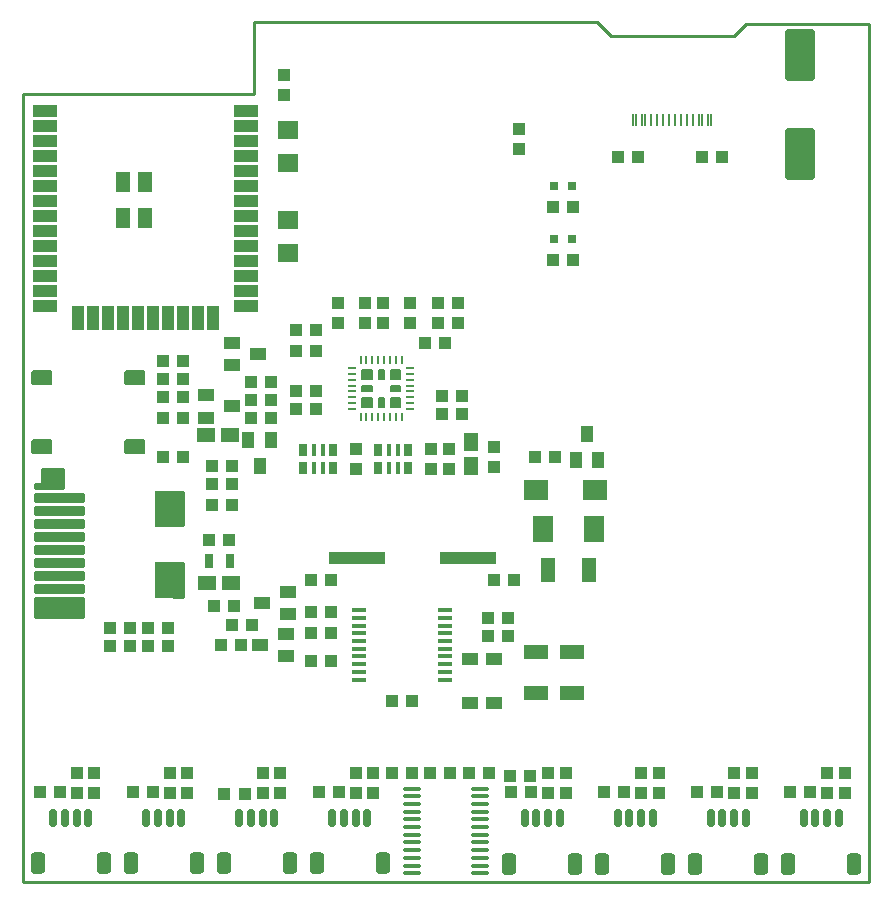
<source format=gbr>
%TF.GenerationSoftware,KiCad,Pcbnew,(6.0.8)*%
%TF.CreationDate,2023-02-19T19:21:05+03:00*%
%TF.ProjectId,ESP32-GATEWAY_Rev_G,45535033-322d-4474-9154-455741595f52,0*%
%TF.SameCoordinates,PX4260300PY8558f68*%
%TF.FileFunction,Paste,Top*%
%TF.FilePolarity,Positive*%
%FSLAX46Y46*%
G04 Gerber Fmt 4.6, Leading zero omitted, Abs format (unit mm)*
G04 Created by KiCad (PCBNEW (6.0.8)) date 2023-02-19 19:21:05*
%MOMM*%
%LPD*%
G01*
G04 APERTURE LIST*
G04 Aperture macros list*
%AMRoundRect*
0 Rectangle with rounded corners*
0 $1 Rounding radius*
0 $2 $3 $4 $5 $6 $7 $8 $9 X,Y pos of 4 corners*
0 Add a 4 corners polygon primitive as box body*
4,1,4,$2,$3,$4,$5,$6,$7,$8,$9,$2,$3,0*
0 Add four circle primitives for the rounded corners*
1,1,$1+$1,$2,$3*
1,1,$1+$1,$4,$5*
1,1,$1+$1,$6,$7*
1,1,$1+$1,$8,$9*
0 Add four rect primitives between the rounded corners*
20,1,$1+$1,$2,$3,$4,$5,0*
20,1,$1+$1,$4,$5,$6,$7,0*
20,1,$1+$1,$6,$7,$8,$9,0*
20,1,$1+$1,$8,$9,$2,$3,0*%
G04 Aperture macros list end*
%ADD10C,0.254000*%
%TA.AperFunction,Profile*%
%ADD11C,0.254000*%
%TD*%
%ADD12C,0.200000*%
%ADD13R,0.998220X1.099820*%
%ADD14R,0.797560X1.198880*%
%ADD15R,1.099820X0.998220*%
%ADD16R,1.270000X1.524000*%
%ADD17R,1.524000X1.270000*%
%ADD18R,0.800000X0.800000*%
%ADD19R,0.635000X1.016000*%
%ADD20R,0.381000X1.016000*%
%ADD21R,1.200000X1.800000*%
%ADD22RoundRect,0.050800X-1.000000X-0.450000X1.000000X-0.450000X1.000000X0.450000X-1.000000X0.450000X0*%
%ADD23RoundRect,0.050800X-0.450000X-1.000000X0.450000X-1.000000X0.450000X1.000000X-0.450000X1.000000X0*%
%ADD24R,0.780000X0.230000*%
%ADD25R,0.230000X0.780000*%
%ADD26R,1.500000X0.800000*%
%ADD27R,1.500000X3.100000*%
%ADD28RoundRect,0.127000X-0.762000X0.508000X-0.762000X-0.508000X0.762000X-0.508000X0.762000X0.508000X0*%
%ADD29R,1.798320X1.597660*%
%ADD30R,2.000000X1.700000*%
%ADD31R,1.000000X1.400000*%
%ADD32R,4.826000X1.100000*%
%ADD33R,1.400000X1.000000*%
%ADD34R,1.270000X0.325000*%
%ADD35R,1.778000X2.286000*%
%ADD36RoundRect,0.150000X-0.150000X-0.625000X0.150000X-0.625000X0.150000X0.625000X-0.150000X0.625000X0*%
%ADD37RoundRect,0.250000X-0.350000X-0.650000X0.350000X-0.650000X0.350000X0.650000X-0.350000X0.650000X0*%
%ADD38R,1.270000X2.059940*%
%ADD39RoundRect,0.100000X-0.637500X-0.100000X0.637500X-0.100000X0.637500X0.100000X-0.637500X0.100000X0*%
%ADD40R,0.280000X1.130000*%
%ADD41R,0.230000X1.130000*%
%ADD42R,2.059940X1.270000*%
%ADD43RoundRect,0.250000X1.000000X-1.950000X1.000000X1.950000X-1.000000X1.950000X-1.000000X-1.950000X0*%
G04 APERTURE END LIST*
D10*
X1040000Y31720000D02*
X5090000Y31720000D01*
X5090000Y31720000D02*
X5090000Y31180000D01*
X5090000Y31180000D02*
X1040000Y31180000D01*
X1040000Y31180000D02*
X1040000Y31720000D01*
G36*
X1040000Y31720000D02*
G01*
X5090000Y31720000D01*
X5090000Y31180000D01*
X1040000Y31180000D01*
X1040000Y31720000D01*
G37*
X1050465Y25108198D02*
X5100465Y25108198D01*
X5100465Y25108198D02*
X5100465Y24568198D01*
X5100465Y24568198D02*
X1050465Y24568198D01*
X1050465Y24568198D02*
X1050465Y25108198D01*
G36*
X1050465Y25108198D02*
G01*
X5100465Y25108198D01*
X5100465Y24568198D01*
X1050465Y24568198D01*
X1050465Y25108198D01*
G37*
X1040465Y30618198D02*
X5090465Y30618198D01*
X5090465Y30618198D02*
X5090465Y30078198D01*
X5090465Y30078198D02*
X1040465Y30078198D01*
X1040465Y30078198D02*
X1040465Y30618198D01*
G36*
X1040465Y30618198D02*
G01*
X5090465Y30618198D01*
X5090465Y30078198D01*
X1040465Y30078198D01*
X1040465Y30618198D01*
G37*
X1040000Y29520000D02*
X5090000Y29520000D01*
X5090000Y29520000D02*
X5090000Y28980000D01*
X5090000Y28980000D02*
X1040000Y28980000D01*
X1040000Y28980000D02*
X1040000Y29520000D01*
G36*
X1040000Y29520000D02*
G01*
X5090000Y29520000D01*
X5090000Y28980000D01*
X1040000Y28980000D01*
X1040000Y29520000D01*
G37*
X1040465Y31718198D02*
X5090465Y31718198D01*
X5090465Y31718198D02*
X5090465Y31178198D01*
X5090465Y31178198D02*
X1040465Y31178198D01*
X1040465Y31178198D02*
X1040465Y31718198D01*
G36*
X1040465Y31718198D02*
G01*
X5090465Y31718198D01*
X5090465Y31178198D01*
X1040465Y31178198D01*
X1040465Y31718198D01*
G37*
X1590000Y34980000D02*
X3440000Y34980000D01*
X3440000Y34980000D02*
X3440000Y33330000D01*
X3440000Y33330000D02*
X1590000Y33330000D01*
X1590000Y33330000D02*
X1590000Y34980000D01*
G36*
X1590000Y34980000D02*
G01*
X3440000Y34980000D01*
X3440000Y33330000D01*
X1590000Y33330000D01*
X1590000Y34980000D01*
G37*
X1050000Y28420000D02*
X5100000Y28420000D01*
X5100000Y28420000D02*
X5100000Y27880000D01*
X5100000Y27880000D02*
X1050000Y27880000D01*
X1050000Y27880000D02*
X1050000Y28420000D01*
G36*
X1050000Y28420000D02*
G01*
X5100000Y28420000D01*
X5100000Y27880000D01*
X1050000Y27880000D01*
X1050000Y28420000D01*
G37*
X12750000Y26970000D02*
X13600000Y26970000D01*
X13600000Y26970000D02*
X13600000Y24130000D01*
X13600000Y24130000D02*
X12750000Y24130000D01*
X12750000Y24130000D02*
X12750000Y26970000D01*
G36*
X12750000Y26970000D02*
G01*
X13600000Y26970000D01*
X13600000Y24130000D01*
X12750000Y24130000D01*
X12750000Y26970000D01*
G37*
X12740000Y33030000D02*
X13590000Y33030000D01*
X13590000Y33030000D02*
X13590000Y30190000D01*
X13590000Y30190000D02*
X12740000Y30190000D01*
X12740000Y30190000D02*
X12740000Y33030000D01*
G36*
X12740000Y33030000D02*
G01*
X13590000Y33030000D01*
X13590000Y30190000D01*
X12740000Y30190000D01*
X12740000Y33030000D01*
G37*
X1040000Y30620000D02*
X5090000Y30620000D01*
X5090000Y30620000D02*
X5090000Y30080000D01*
X5090000Y30080000D02*
X1040000Y30080000D01*
X1040000Y30080000D02*
X1040000Y30620000D01*
G36*
X1040000Y30620000D02*
G01*
X5090000Y30620000D01*
X5090000Y30080000D01*
X1040000Y30080000D01*
X1040000Y30620000D01*
G37*
X1050000Y25110000D02*
X5100000Y25110000D01*
X5100000Y25110000D02*
X5100000Y24570000D01*
X5100000Y24570000D02*
X1050000Y24570000D01*
X1050000Y24570000D02*
X1050000Y25110000D01*
G36*
X1050000Y25110000D02*
G01*
X5100000Y25110000D01*
X5100000Y24570000D01*
X1050000Y24570000D01*
X1050000Y25110000D01*
G37*
X1050465Y27318198D02*
X5100465Y27318198D01*
X5100465Y27318198D02*
X5100465Y26778198D01*
X5100465Y26778198D02*
X1050465Y26778198D01*
X1050465Y26778198D02*
X1050465Y27318198D01*
G36*
X1050465Y27318198D02*
G01*
X5100465Y27318198D01*
X5100465Y26778198D01*
X1050465Y26778198D01*
X1050465Y27318198D01*
G37*
X1040000Y33660000D02*
X1590000Y33660000D01*
X1590000Y33660000D02*
X1590000Y33330000D01*
X1590000Y33330000D02*
X1040000Y33330000D01*
X1040000Y33330000D02*
X1040000Y33660000D01*
G36*
X1040000Y33660000D02*
G01*
X1590000Y33660000D01*
X1590000Y33330000D01*
X1040000Y33330000D01*
X1040000Y33660000D01*
G37*
X1050000Y27320000D02*
X5100000Y27320000D01*
X5100000Y27320000D02*
X5100000Y26780000D01*
X5100000Y26780000D02*
X1050000Y26780000D01*
X1050000Y26780000D02*
X1050000Y27320000D01*
G36*
X1050000Y27320000D02*
G01*
X5100000Y27320000D01*
X5100000Y26780000D01*
X1050000Y26780000D01*
X1050000Y27320000D01*
G37*
X1050465Y26218198D02*
X5100465Y26218198D01*
X5100465Y26218198D02*
X5100465Y25678198D01*
X5100465Y25678198D02*
X1050465Y25678198D01*
X1050465Y25678198D02*
X1050465Y26218198D01*
G36*
X1050465Y26218198D02*
G01*
X5100465Y26218198D01*
X5100465Y25678198D01*
X1050465Y25678198D01*
X1050465Y26218198D01*
G37*
X1050000Y24060000D02*
X5080000Y24060000D01*
X5080000Y24060000D02*
X5080000Y22460000D01*
X5080000Y22460000D02*
X1050000Y22460000D01*
X1050000Y22460000D02*
X1050000Y24060000D01*
G36*
X1050000Y24060000D02*
G01*
X5080000Y24060000D01*
X5080000Y22460000D01*
X1050000Y22460000D01*
X1050000Y24060000D01*
G37*
X1040465Y32818198D02*
X5090465Y32818198D01*
X5090465Y32818198D02*
X5090465Y32278198D01*
X5090465Y32278198D02*
X1040465Y32278198D01*
X1040465Y32278198D02*
X1040465Y32818198D01*
G36*
X1040465Y32818198D02*
G01*
X5090465Y32818198D01*
X5090465Y32278198D01*
X1040465Y32278198D01*
X1040465Y32818198D01*
G37*
X1040000Y32820000D02*
X5090000Y32820000D01*
X5090000Y32820000D02*
X5090000Y32280000D01*
X5090000Y32280000D02*
X1040000Y32280000D01*
X1040000Y32280000D02*
X1040000Y32820000D01*
G36*
X1040000Y32820000D02*
G01*
X5090000Y32820000D01*
X5090000Y32280000D01*
X1040000Y32280000D01*
X1040000Y32820000D01*
G37*
X1050465Y28418198D02*
X5100465Y28418198D01*
X5100465Y28418198D02*
X5100465Y27878198D01*
X5100465Y27878198D02*
X1050465Y27878198D01*
X1050465Y27878198D02*
X1050465Y28418198D01*
G36*
X1050465Y28418198D02*
G01*
X5100465Y28418198D01*
X5100465Y27878198D01*
X1050465Y27878198D01*
X1050465Y28418198D01*
G37*
X1040465Y29518198D02*
X5090465Y29518198D01*
X5090465Y29518198D02*
X5090465Y28978198D01*
X5090465Y28978198D02*
X1040465Y28978198D01*
X1040465Y28978198D02*
X1040465Y29518198D01*
G36*
X1040465Y29518198D02*
G01*
X5090465Y29518198D01*
X5090465Y28978198D01*
X1040465Y28978198D01*
X1040465Y29518198D01*
G37*
X1050000Y26220000D02*
X5100000Y26220000D01*
X5100000Y26220000D02*
X5100000Y25680000D01*
X5100000Y25680000D02*
X1050000Y25680000D01*
X1050000Y25680000D02*
X1050000Y26220000D01*
G36*
X1050000Y26220000D02*
G01*
X5100000Y26220000D01*
X5100000Y25680000D01*
X1050000Y25680000D01*
X1050000Y26220000D01*
G37*
D11*
X48650000Y72773492D02*
X49770000Y71659000D01*
X48650000Y72773492D02*
X19554000Y72769000D01*
X-4000Y66673000D02*
X0Y0D01*
X61200000Y72675000D02*
X71675000Y72675000D01*
X19554000Y66673000D02*
X19554000Y72769000D01*
X60184000Y71659000D02*
X61200000Y72675000D01*
X49770000Y71659000D02*
X60184000Y71659000D01*
X71675000Y72675000D02*
X71675000Y0D01*
X-4000Y66673000D02*
X19554000Y66673000D01*
X0Y0D02*
X71675000Y0D01*
D12*
X31949000Y43181000D02*
X31149000Y43181000D01*
X29549000Y40581000D02*
X28749000Y40581000D01*
X31949000Y41981000D02*
X31149000Y41981000D01*
X31949000Y40781000D02*
X31149000Y40781000D01*
X30449000Y40981000D02*
X30449000Y40181000D01*
X31949000Y40581000D02*
X31149000Y40581000D01*
X29549000Y41881000D02*
X28749000Y41881000D01*
X31949000Y42881000D02*
X31149000Y42881000D01*
X29549000Y40781000D02*
X28749000Y40781000D01*
X28749000Y40181000D02*
X29549000Y40181000D01*
X31949000Y43081000D02*
X31149000Y43081000D01*
X28749000Y43381000D02*
X28749000Y42581000D01*
X29549000Y40281000D02*
X28749000Y40281000D01*
X28749000Y41581000D02*
X29549000Y41581000D01*
X30349000Y43381000D02*
X30349000Y42581000D01*
X29549000Y43381000D02*
X28749000Y43381000D01*
X31949000Y42681000D02*
X31149000Y42681000D01*
X29549000Y40481000D02*
X28749000Y40481000D01*
X31949000Y40381000D02*
X31149000Y40381000D01*
X31949000Y42981000D02*
X31149000Y42981000D01*
X31949000Y40981000D02*
X31149000Y40981000D01*
X31949000Y43381000D02*
X31149000Y43381000D01*
X30549000Y40981000D02*
X30549000Y40181000D01*
X31949000Y40881000D02*
X31149000Y40881000D01*
X29549000Y42881000D02*
X28749000Y42881000D01*
X28749000Y41981000D02*
X28749000Y41581000D01*
X29549000Y43281000D02*
X28749000Y43281000D01*
X29549000Y41681000D02*
X28749000Y41681000D01*
X29549000Y42781000D02*
X28749000Y42781000D01*
X31149000Y40981000D02*
X31149000Y40181000D01*
X29549000Y42581000D02*
X29549000Y43381000D01*
X29549000Y40681000D02*
X28749000Y40681000D01*
X29549000Y40181000D02*
X29549000Y40981000D01*
X31949000Y40181000D02*
X31949000Y40981000D01*
X30549000Y40181000D02*
X30149000Y40181000D01*
X31949000Y42581000D02*
X31949000Y43381000D01*
X29549000Y40881000D02*
X28749000Y40881000D01*
X31949000Y40481000D02*
X31149000Y40481000D01*
X31149000Y41781000D02*
X31949000Y41781000D01*
X30249000Y43381000D02*
X30249000Y42581000D01*
X29549000Y43181000D02*
X28749000Y43181000D01*
X29549000Y40981000D02*
X28749000Y40981000D01*
X28749000Y40981000D02*
X28749000Y40181000D01*
X31149000Y42581000D02*
X31949000Y42581000D01*
X31949000Y42781000D02*
X31149000Y42781000D01*
X31149000Y41981000D02*
X31149000Y41581000D01*
X31949000Y41581000D02*
X31949000Y41981000D01*
X28749000Y42581000D02*
X29549000Y42581000D01*
X30349000Y40981000D02*
X30349000Y40181000D01*
X30449000Y43381000D02*
X30449000Y42581000D01*
X30249000Y40981000D02*
X30249000Y40181000D01*
X28749000Y41781000D02*
X29549000Y41781000D01*
X30149000Y43381000D02*
X30549000Y43381000D01*
X30149000Y40181000D02*
X30149000Y40981000D01*
X29549000Y42981000D02*
X28749000Y42981000D01*
X30149000Y42581000D02*
X30149000Y43381000D01*
X29549000Y41581000D02*
X29549000Y41981000D01*
X29549000Y40381000D02*
X28749000Y40381000D01*
X30149000Y40981000D02*
X30549000Y40981000D01*
X31949000Y40281000D02*
X31149000Y40281000D01*
X31149000Y40181000D02*
X31949000Y40181000D01*
X29549000Y43081000D02*
X28749000Y43081000D01*
X31949000Y41681000D02*
X31149000Y41681000D01*
X31149000Y43381000D02*
X31149000Y42581000D01*
X31149000Y41581000D02*
X31949000Y41581000D01*
X31949000Y43281000D02*
X31149000Y43281000D01*
X29549000Y41981000D02*
X28749000Y41981000D01*
X31949000Y41881000D02*
X31149000Y41881000D01*
X30549000Y43381000D02*
X30549000Y42581000D01*
X30549000Y42581000D02*
X30149000Y42581000D01*
X29549000Y42681000D02*
X28749000Y42681000D01*
X31949000Y40681000D02*
X31149000Y40681000D01*
D13*
X36064000Y34963640D03*
X36064000Y36660360D03*
X34540000Y34963640D03*
X34540000Y36660360D03*
D14*
X15733840Y27176000D03*
X17532160Y27176000D03*
D13*
X36826000Y48979360D03*
X36826000Y47282640D03*
X39874000Y36787360D03*
X39874000Y35090640D03*
X28190000Y36660360D03*
X28190000Y34963640D03*
D15*
X34072640Y45591000D03*
X35769360Y45591000D03*
X24847360Y44956000D03*
X23150640Y44956000D03*
X24847360Y40003000D03*
X23150640Y40003000D03*
X24847360Y41527000D03*
X23150640Y41527000D03*
X37166360Y41146000D03*
X35469640Y41146000D03*
D16*
X37969000Y35177000D03*
X37969000Y37209000D03*
D17*
X17649000Y25271000D03*
X15617000Y25271000D03*
D18*
X46461500Y54455000D03*
X44937500Y54455000D03*
D15*
X11847640Y44067000D03*
X13544360Y44067000D03*
D13*
X22094000Y66586640D03*
X22094000Y68283360D03*
X42033000Y63711360D03*
X42033000Y62014640D03*
X28952000Y48979360D03*
X28952000Y47282640D03*
X26666000Y48979360D03*
X26666000Y47282640D03*
X32762000Y48979360D03*
X32762000Y47282640D03*
X30476000Y48979360D03*
X30476000Y47282640D03*
D15*
X31278640Y15301500D03*
X32975360Y15301500D03*
X35469640Y39625000D03*
X37166360Y39625000D03*
X24847360Y46734000D03*
X23150640Y46734000D03*
X39406640Y20826000D03*
X41103360Y20826000D03*
X26117360Y22858000D03*
X24420640Y22858000D03*
D19*
X23745000Y35050000D03*
X23745000Y36574000D03*
D20*
X24634000Y35050000D03*
X24634000Y36574000D03*
X25396000Y35050000D03*
X25396000Y36574000D03*
D19*
X26285000Y35050000D03*
X26285000Y36574000D03*
X32635000Y36574000D03*
X32635000Y35050000D03*
D20*
X31746000Y36574000D03*
X31746000Y35050000D03*
X30984000Y36574000D03*
X30984000Y35050000D03*
D19*
X30095000Y36574000D03*
X30095000Y35050000D03*
D21*
X8510000Y59242000D03*
X8510000Y56242000D03*
X10310000Y56242000D03*
X10310000Y59242000D03*
D22*
X1910000Y65252000D03*
X1910000Y63982000D03*
X1910000Y62712000D03*
X1910000Y61442000D03*
X1910000Y60172000D03*
X1910000Y58902000D03*
X1910000Y57632000D03*
X1910000Y56362000D03*
X1910000Y55092000D03*
X1910000Y53822000D03*
X1910000Y52552000D03*
X1910000Y51282000D03*
X1910000Y50012000D03*
X1910000Y48742000D03*
D23*
X4710000Y47742000D03*
X5980000Y47742000D03*
X7250000Y47742000D03*
X8520000Y47742000D03*
X9790000Y47742000D03*
X11060000Y47742000D03*
X12330000Y47742000D03*
X13600000Y47742000D03*
X14870000Y47742000D03*
X16140000Y47742000D03*
D22*
X18910000Y48742000D03*
X18910000Y50012000D03*
X18910000Y51282000D03*
X18910000Y52552000D03*
X18910000Y53822000D03*
X18910000Y55092000D03*
X18910000Y56362000D03*
X18910000Y57632000D03*
X18910000Y58902000D03*
X18910000Y60172000D03*
X18910000Y61442000D03*
X18910000Y62712000D03*
X18910000Y63982000D03*
X18910000Y65252000D03*
D24*
X27899000Y43531000D03*
X27899000Y43031000D03*
X27899000Y42531000D03*
X27899000Y42031000D03*
X27899000Y41531000D03*
X27899000Y41031000D03*
X27899000Y40531000D03*
X27899000Y40031000D03*
D25*
X28599000Y39331000D03*
X29099000Y39331000D03*
X29599000Y39331000D03*
X30099000Y39331000D03*
X30599000Y39331000D03*
X31099000Y39331000D03*
X31599000Y39331000D03*
X32099000Y39331000D03*
D24*
X32799000Y40031000D03*
X32799000Y40531000D03*
X32799000Y41031000D03*
X32799000Y41531000D03*
X32799000Y42031000D03*
X32799000Y42531000D03*
X32799000Y43031000D03*
X32799000Y43531000D03*
D25*
X32099000Y44231000D03*
X31599000Y44231000D03*
X31099000Y44231000D03*
X30599000Y44231000D03*
X30099000Y44231000D03*
X29599000Y44231000D03*
X29099000Y44231000D03*
X28599000Y44231000D03*
D26*
X2727000Y24850000D03*
X2727000Y25950000D03*
X2727000Y27050000D03*
X2727000Y28150000D03*
X2727000Y29250000D03*
X2727000Y30350000D03*
X2727000Y31450000D03*
X2727000Y32550000D03*
D27*
X11977000Y31610000D03*
X11977000Y25550000D03*
D15*
X17481360Y28954000D03*
X15784640Y28954000D03*
D28*
X9521000Y42670000D03*
X1647000Y42670000D03*
X9521000Y36828000D03*
X1647000Y36828000D03*
D29*
X22475000Y56007540D03*
X22475000Y53208460D03*
X22475000Y60828460D03*
X22475000Y63627540D03*
D15*
X46547860Y52677000D03*
X44851140Y52677000D03*
X26117360Y25525000D03*
X24420640Y25525000D03*
X39914640Y25525000D03*
X41611360Y25525000D03*
X26117360Y18667000D03*
X24420640Y18667000D03*
X39406640Y22350000D03*
X41103360Y22350000D03*
D30*
X48470000Y33145000D03*
X43470000Y33145000D03*
D31*
X46798040Y35720560D03*
X48700500Y35720560D03*
X47745460Y37930360D03*
D32*
X28317000Y27430000D03*
X37715000Y27430000D03*
D33*
X22439440Y22670040D03*
X22439440Y24572500D03*
X20229640Y23617460D03*
D15*
X45040360Y35939000D03*
X43343640Y35939000D03*
X26117360Y21080000D03*
X24420640Y21080000D03*
X13544360Y42543000D03*
X11847640Y42543000D03*
X11847640Y41019000D03*
X13544360Y41019000D03*
D34*
X35746500Y17139000D03*
X35746500Y17789000D03*
X35746500Y18439000D03*
X35746500Y19089000D03*
X35746500Y19739000D03*
X35746500Y20389000D03*
X35746500Y21039000D03*
X35746500Y21689000D03*
X35746500Y22339000D03*
X35746500Y22989000D03*
X28507500Y22989000D03*
X28507500Y22339000D03*
X28507500Y21689000D03*
X28507500Y21039000D03*
X28507500Y20389000D03*
X28507500Y19739000D03*
X28507500Y19089000D03*
X28507500Y18439000D03*
X28507500Y17789000D03*
X28507500Y17139000D03*
D18*
X46461500Y58900000D03*
X44937500Y58900000D03*
D15*
X44851140Y57122000D03*
X46547860Y57122000D03*
X12274360Y19937000D03*
X10577640Y19937000D03*
X17735360Y35177000D03*
X16038640Y35177000D03*
D35*
X48401000Y29843000D03*
X44047000Y29843000D03*
D31*
X21011960Y37427440D03*
X19109500Y37427440D03*
X20064540Y35217640D03*
D15*
X21037360Y42289000D03*
X19340640Y42289000D03*
D17*
X15490000Y37844000D03*
X17522000Y37844000D03*
D15*
X19340639Y39241000D03*
X21037359Y39241000D03*
D33*
X17684560Y45651960D03*
X17684560Y43749500D03*
X19894360Y44704540D03*
D15*
X19340639Y40765000D03*
X21037359Y40765000D03*
X9099360Y21461000D03*
X7402640Y21461000D03*
X17735360Y33653000D03*
X16038640Y33653000D03*
D33*
X15533000Y41207000D03*
X15533000Y39307000D03*
X17733000Y40257000D03*
X37842000Y15116000D03*
X37842000Y18916000D03*
X39874000Y18916000D03*
X39874000Y15116000D03*
D13*
X35175000Y47282640D03*
X35175000Y48979360D03*
D15*
X16038640Y31875000D03*
X17735360Y31875000D03*
X12274360Y21461000D03*
X10577640Y21461000D03*
X9099360Y19937000D03*
X7402640Y19937000D03*
X19386360Y21715000D03*
X17689640Y21715000D03*
X17862360Y23366000D03*
X16165640Y23366000D03*
D33*
X22312440Y19114040D03*
X22312440Y21016500D03*
X20102640Y20061460D03*
D15*
X18497360Y20064000D03*
X16800640Y20064000D03*
X13544360Y39241000D03*
X11847640Y39241000D03*
X13544360Y35939000D03*
X11847640Y35939000D03*
D13*
X28170000Y9235081D03*
X28170000Y7538361D03*
D15*
X39473360Y9219180D03*
X37776640Y9219180D03*
X17076640Y7486829D03*
X18773360Y7486829D03*
D36*
X10430000Y5440000D03*
X11430000Y5440000D03*
X12430000Y5440000D03*
X13430000Y5440000D03*
D37*
X14730000Y1565000D03*
X9130000Y1565000D03*
D15*
X64978200Y7585000D03*
X66674920Y7585000D03*
D38*
X47977600Y26400000D03*
X44472400Y26400000D03*
D13*
X4560000Y9236720D03*
X4560000Y7540000D03*
D36*
X2560000Y5440000D03*
X3560000Y5440000D03*
X4560000Y5440000D03*
X5560000Y5440000D03*
D37*
X1260000Y1565000D03*
X6860000Y1565000D03*
D15*
X1436640Y7590000D03*
X3133360Y7590000D03*
D36*
X50360000Y5434115D03*
X51360000Y5434115D03*
X52360000Y5434115D03*
X53360000Y5434115D03*
D37*
X54660000Y1559115D03*
X49060000Y1559115D03*
D36*
X58230000Y5435112D03*
X59230000Y5435112D03*
X60230000Y5435112D03*
X61230000Y5435112D03*
D37*
X56930000Y1560112D03*
X62530000Y1560112D03*
D13*
X21775000Y9236009D03*
X21775000Y7539289D03*
D36*
X26170000Y5436721D03*
X27170000Y5436721D03*
X28170000Y5436721D03*
X29170000Y5436721D03*
D37*
X30470000Y1561721D03*
X24870000Y1561721D03*
D13*
X53835000Y9232475D03*
X53835000Y7535755D03*
D15*
X50401640Y61350000D03*
X52098360Y61350000D03*
X57107480Y7585112D03*
X58804200Y7585112D03*
D13*
X52360000Y9229195D03*
X52360000Y7532475D03*
X60230000Y9233472D03*
X60230000Y7536752D03*
X6035000Y9238360D03*
X6035000Y7541640D03*
D15*
X36193360Y9220000D03*
X34496640Y9220000D03*
D13*
X29645000Y9235081D03*
X29645000Y7538361D03*
D15*
X49235800Y7584115D03*
X50932520Y7584115D03*
D36*
X42490000Y5433893D03*
X43490000Y5433893D03*
X44490000Y5433893D03*
X45490000Y5433893D03*
D37*
X46790000Y1558893D03*
X41190000Y1558893D03*
D13*
X68100720Y9236640D03*
X68100720Y7539920D03*
D15*
X57476640Y61350000D03*
X59173360Y61350000D03*
D39*
X32987500Y7890000D03*
X32987500Y7240000D03*
X32987500Y6590000D03*
X32987500Y5940000D03*
X32987500Y5290000D03*
X32987500Y4640000D03*
X32987500Y3990000D03*
X32987500Y3340000D03*
X32987500Y2690000D03*
X32987500Y2040000D03*
X32987500Y1390000D03*
X32987500Y740000D03*
X38712500Y740000D03*
X38712500Y1390000D03*
X38712500Y2040000D03*
X38712500Y2690000D03*
X38712500Y3340000D03*
X38712500Y3990000D03*
X38712500Y4640000D03*
X38712500Y5290000D03*
X38712500Y5940000D03*
X38712500Y6590000D03*
X38712500Y7240000D03*
X38712500Y7890000D03*
D15*
X9307480Y7590000D03*
X11004200Y7590000D03*
D13*
X13905000Y9238360D03*
X13905000Y7541640D03*
D15*
X42948360Y8980000D03*
X41251640Y8980000D03*
D13*
X45965000Y9232253D03*
X45965000Y7535533D03*
X20300000Y9236009D03*
X20300000Y7539289D03*
D15*
X25047480Y7586721D03*
X26744200Y7586721D03*
D36*
X66110000Y5435000D03*
X67110000Y5435000D03*
X68110000Y5435000D03*
X69110000Y5435000D03*
D37*
X70410000Y1560000D03*
X64810000Y1560000D03*
D15*
X41367480Y7583893D03*
X43064200Y7583893D03*
D40*
X58300000Y64518000D03*
X57500000Y64518000D03*
D41*
X56225000Y64518000D03*
X55225000Y64518000D03*
X54725000Y64518000D03*
X53725000Y64518000D03*
D40*
X52450000Y64518000D03*
X51650000Y64518000D03*
X51900000Y64518000D03*
X52700000Y64518000D03*
D41*
X53225000Y64518000D03*
X54225000Y64518000D03*
X55725000Y64518000D03*
X56725000Y64518000D03*
D40*
X57250000Y64518000D03*
X58050000Y64518000D03*
D13*
X69575720Y9233360D03*
X69575720Y7536640D03*
X12430000Y9236720D03*
X12430000Y7540000D03*
D42*
X46475000Y15975000D03*
X46475000Y19480200D03*
D15*
X31221640Y9220000D03*
X32918360Y9220000D03*
D13*
X61705000Y9233472D03*
X61705000Y7536752D03*
X44490000Y9230613D03*
X44490000Y7533893D03*
D36*
X18300000Y5437649D03*
X19300000Y5437649D03*
X20300000Y5437649D03*
X21300000Y5437649D03*
D37*
X22600000Y1562649D03*
X17000000Y1562649D03*
D43*
X65810000Y61620000D03*
X65810000Y70020000D03*
D42*
X43425000Y15975000D03*
X43425000Y19480200D03*
M02*

</source>
